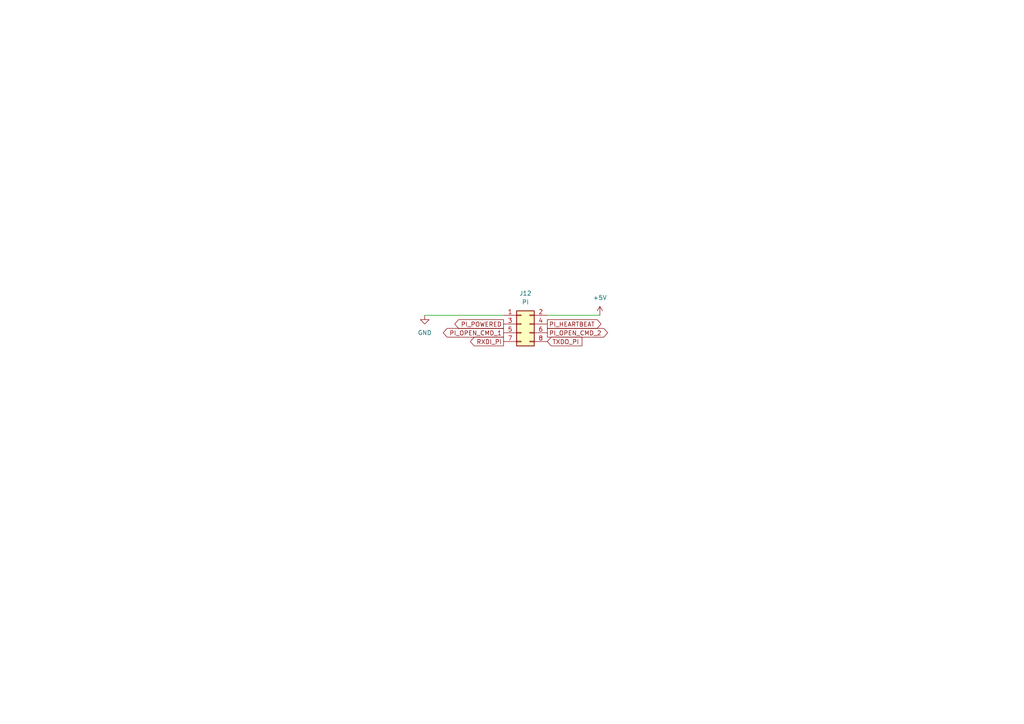
<source format=kicad_sch>
(kicad_sch (version 20211123) (generator eeschema)
  (paper "A4")
  (lib_symbols
    (symbol "Connector_Generic:Conn_02x04_Odd_Even" (pin_names (offset 1.016) hide)
      (property "Reference" "J" (at 1.27 5.08 0))
      (property "Value" "Conn_02x04_Odd_Even" (at 1.27 -7.62 0))
      (symbol "Conn_02x04_Odd_Even_1_1"
        (rectangle (start -1.27 -4.953) (end 0 -5.207) (stroke (width 0.1524)))
        (rectangle (start -1.27 -2.413) (end 0 -2.667) (stroke (width 0.1524)))
        (rectangle (start -1.27 0.127) (end 0 -0.127) (stroke (width 0.1524)))
        (rectangle (start -1.27 2.667) (end 0 2.413) (stroke (width 0.1524)))
        (rectangle (start -1.27 3.81) (end 3.81 -6.35) (stroke (width 0.254)) (fill (type background)))
        (rectangle (start 3.81 -4.953) (end 2.54 -5.207) (stroke (width 0.1524)))
        (rectangle (start 3.81 -2.413) (end 2.54 -2.667) (stroke (width 0.1524)))
        (rectangle (start 3.81 0.127) (end 2.54 -0.127) (stroke (width 0.1524)))
        (rectangle (start 3.81 2.667) (end 2.54 2.413) (stroke (width 0.1524)))
        (pin passive line (at -5.08 2.54 0) (length 3.81) (name "Pin_1") (number "1"))
        (pin passive line (at 7.62 2.54 180) (length 3.81) (name "Pin_2") (number "2"))
        (pin passive line (at -5.08 0 0) (length 3.81) (name "Pin_3") (number "3"))
        (pin passive line (at 7.62 0 180) (length 3.81) (name "Pin_4") (number "4"))
        (pin passive line (at -5.08 -2.54 0) (length 3.81) (name "Pin_5") (number "5"))
        (pin passive line (at 7.62 -2.54 180) (length 3.81) (name "Pin_6") (number "6"))
        (pin passive line (at -5.08 -5.08 0) (length 3.81) (name "Pin_7") (number "7"))
        (pin passive line (at 7.62 -5.08 180) (length 3.81) (name "Pin_8") (number "8"))
      )
    )
    (symbol "power:+5V" (power) (pin_names (offset 0))
      (property "Value" "+5V" (at 0 3.556 0))
      (symbol "+5V_0_1"
        (polyline (pts (xy -0.762 1.27) (xy 0 2.54)))
        (polyline (pts (xy 0 0) (xy 0 2.54)))
        (polyline (pts (xy 0 2.54) (xy 0.762 1.27)))
      )
      (symbol "+5V_1_1"
        (pin power_in line (at 0 0 90) (length 0) hide (name "+5V") (number "1"))
      )
    )
    (symbol "power:GND" (power) (pin_names (offset 0))
      (property "Value" "GND" (at 0 -3.81 0))
      (symbol "GND_0_1"
        (polyline (pts (xy 0 0) (xy 0 -1.27) (xy 1.27 -1.27) (xy 0 -2.54) (xy -1.27 -1.27) (xy 0 -1.27)))
      )
      (symbol "GND_1_1"
        (pin power_in line (at 0 0 270) (length 0) hide (name "GND") (number "1"))
      )
    )
  )
  (wire (pts (xy 158.75 91.44) (xy 173.99 91.44)))
  (wire (pts (xy 146.05 91.44) (xy 123.19 91.44)))
  (global_label "PI_OPEN_CMD_2" (shape output) (at 158.75 96.52 0) (property "Intersheet References" "${INTERSHEET_REFS}" (effects hide)))
  (global_label "PI_HEARTBEAT" (shape output) (at 158.75 93.98 0) (property "Intersheet References" "${INTERSHEET_REFS}" (effects hide)))
  (global_label "PI_OPEN_CMD_1" (shape output) (at 146.05 96.52 180) (property "Intersheet References" "${INTERSHEET_REFS}" (effects hide)))
  (global_label "RXDI_PI" (shape output) (at 146.05 99.06 180) (property "Intersheet References" "${INTERSHEET_REFS}" (effects hide)))
  (global_label "PI_POWERED" (shape output) (at 146.05 93.98 180) (property "Intersheet References" "${INTERSHEET_REFS}" (effects hide)))
  (global_label "TXDO_PI" (shape input) (at 158.75 99.06 0) (property "Intersheet References" "${INTERSHEET_REFS}" (effects hide)))
  (symbol (lib_id "Connector_Generic:Conn_02x04_Odd_Even") (at 151.13 93.98 0) (unit 1)
    (property "Reference" "J12" (at 152.4 85.09 0))
    (property "Value" "PI" (at 152.4 87.63 0))
    (property "Footprint" "Connector_IDC:IDC-Header_2x04_P2.54mm_Vertical" (effects hide))
    (property "Datasheet" "https://datasheet.lcsc.com/lcsc/2110100730_XKB-Connectivity-X9555WV-2x04-6TV01_C2884546.pdf" (effects hide))
    (property "BUY" "C2884546" (effects hide))
  )
  (symbol (lib_id "power:+5V") (at 173.99 91.44 0) (unit 1)
    (property "Reference" "#PWR040" (effects hide))
    (property "Value" "+5V" (at 173.99 86.36 0))
  )
  (symbol (lib_id "power:GND") (at 123.19 91.44 0) (unit 1)
    (property "Reference" "#PWR039" (effects hide))
    (property "Value" "GND" (at 123.19 96.52 0))
  )
)
</source>
